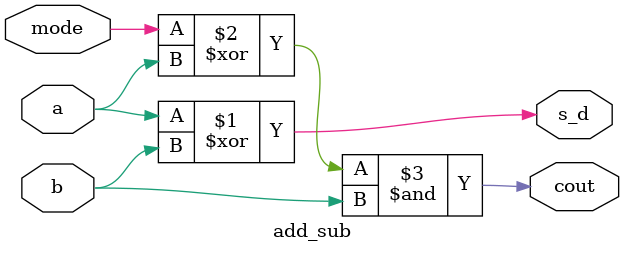
<source format=v>
module add_sub(input a, input b, input mode, output s_d, output cout);

assign s_d = a^b;
assign cout = ((mode^a) & b);

endmodule


</source>
